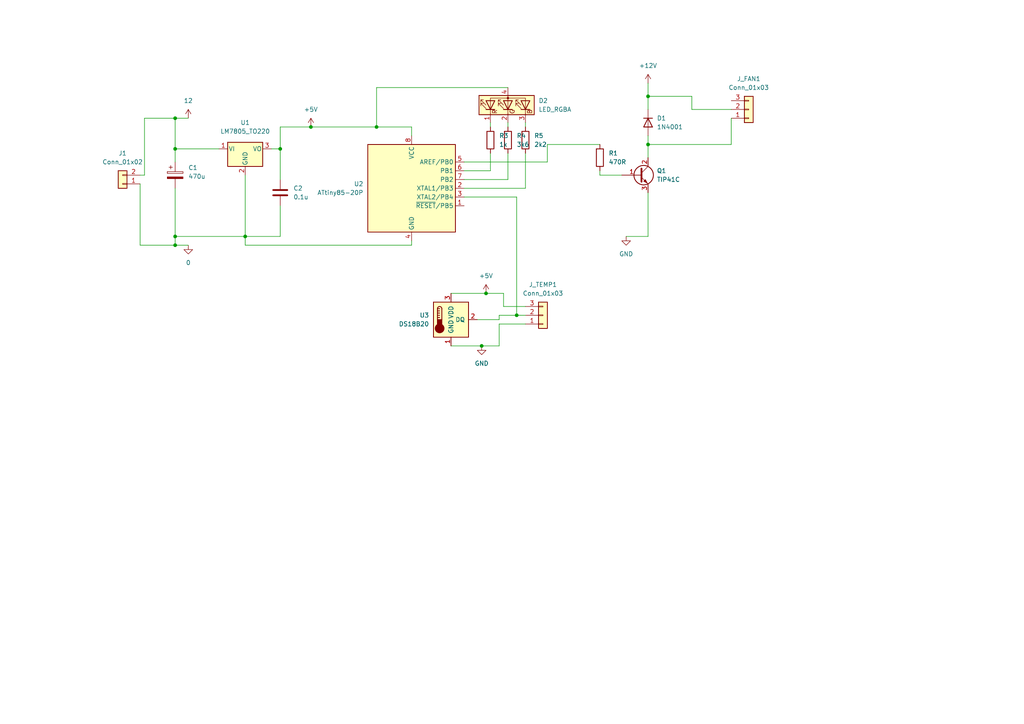
<source format=kicad_sch>
(kicad_sch (version 20211123) (generator eeschema)
  (paper "A4")
  (lib_symbols
    (symbol "Connector_Generic:Conn_01x02" (pin_names (offset 1.016) hide)
      (property "Reference" "J1" (at 0 6.35 0))
      (property "Value" "Conn_01x02" (at 0 3.81 0))
      (symbol "Conn_01x02_1_1"
        (rectangle (start -1.27 -2.413) (end 0 -2.667) (stroke (width 0.1524)))
        (rectangle (start -1.27 0.127) (end 0 -0.127) (stroke (width 0.1524)))
        (rectangle (start -1.27 1.27) (end 1.27 -3.81) (stroke (width 0.254)) (fill (type background)))
        (pin power_out line (at -5.08 0 0) (length 3.81) (name "Pin_1") (number "1"))
        (pin power_out line (at -5.08 -2.54 0) (length 3.81) (name "Pin_2") (number "2"))
      )
    )
    (symbol "Connector_Generic:Conn_01x03" (pin_names (offset 1.016) hide)
      (property "Reference" "J" (at 0 5.08 0))
      (property "Value" "Conn_01x03" (at 0 -5.08 0))
      (symbol "Conn_01x03_1_1"
        (rectangle (start -1.27 -2.413) (end 0 -2.667) (stroke (width 0.1524)))
        (rectangle (start -1.27 0.127) (end 0 -0.127) (stroke (width 0.1524)))
        (rectangle (start -1.27 2.667) (end 0 2.413) (stroke (width 0.1524)))
        (rectangle (start -1.27 3.81) (end 1.27 -3.81) (stroke (width 0.254)) (fill (type background)))
        (pin passive line (at -5.08 2.54 0) (length 3.81) (name "Pin_1") (number "1"))
        (pin passive line (at -5.08 0 0) (length 3.81) (name "Pin_2") (number "2"))
        (pin passive line (at -5.08 -2.54 0) (length 3.81) (name "Pin_3") (number "3"))
      )
    )
    (symbol "Device:C" (pin_numbers hide) (pin_names (offset 0.254))
      (property "Reference" "C" (at 0.635 2.54 0))
      (property "Value" "C" (at 0.635 -2.54 0))
      (symbol "C_0_1"
        (polyline (pts (xy -2.032 -0.762) (xy 2.032 -0.762)) (stroke (width 0.508)))
        (polyline (pts (xy -2.032 0.762) (xy 2.032 0.762)) (stroke (width 0.508)))
      )
      (symbol "C_1_1"
        (pin passive line (at 0 3.81 270) (length 2.794) (name "~") (number "1"))
        (pin passive line (at 0 -3.81 90) (length 2.794) (name "~") (number "2"))
      )
    )
    (symbol "Device:C_Polarized" (pin_numbers hide) (pin_names (offset 0.254))
      (property "Reference" "C" (at 0.635 2.54 0))
      (property "Value" "C_Polarized" (at 0.635 -2.54 0))
      (symbol "C_Polarized_0_1"
        (rectangle (start -2.286 0.508) (end 2.286 1.016))
        (polyline (pts (xy -1.778 2.286) (xy -0.762 2.286)))
        (polyline (pts (xy -1.27 2.794) (xy -1.27 1.778)))
        (rectangle (start 2.286 -0.508) (end -2.286 -1.016) (fill (type outline)))
      )
      (symbol "C_Polarized_1_1"
        (pin passive line (at 0 3.81 270) (length 2.794) (name "~") (number "1"))
        (pin passive line (at 0 -3.81 90) (length 2.794) (name "~") (number "2"))
      )
    )
    (symbol "Device:LED_RGBA" (pin_names (offset 0) hide)
      (property "Reference" "D" (at 0 9.398 0))
      (property "Value" "LED_RGBA" (at 0 -8.89 0))
      (symbol "LED_RGBA_0_0"
        (text "B" (at -1.905 -6.35 0) (effects (font (size 1.27 1.27))))
        (text "G" (at -1.905 -1.27 0) (effects (font (size 1.27 1.27))))
        (text "R" (at -1.905 3.81 0) (effects (font (size 1.27 1.27))))
      )
      (symbol "LED_RGBA_0_1"
        (polyline (pts (xy -1.27 -5.08) (xy -2.54 -5.08)))
        (polyline (pts (xy -1.27 -5.08) (xy 1.27 -5.08)))
        (polyline (pts (xy -1.27 -3.81) (xy -1.27 -6.35)) (stroke (width 0.254)))
        (polyline (pts (xy -1.27 0) (xy -2.54 0)))
        (polyline (pts (xy -1.27 1.27) (xy -1.27 -1.27)) (stroke (width 0.254)))
        (polyline (pts (xy -1.27 5.08) (xy -2.54 5.08)))
        (polyline (pts (xy -1.27 5.08) (xy 1.27 5.08)))
        (polyline (pts (xy -1.27 6.35) (xy -1.27 3.81)) (stroke (width 0.254)))
        (polyline (pts (xy 1.27 0) (xy -1.27 0)))
        (polyline (pts (xy 1.27 0) (xy 2.54 0)))
        (polyline (pts (xy -1.27 1.27) (xy -1.27 -1.27) (xy -1.27 -1.27)))
        (polyline (pts (xy -1.27 6.35) (xy -1.27 3.81) (xy -1.27 3.81)))
        (polyline (pts (xy 1.27 -5.08) (xy 2.032 -5.08) (xy 2.032 5.08) (xy 1.27 5.08)))
        (polyline (pts (xy 1.27 -3.81) (xy 1.27 -6.35) (xy -1.27 -5.08) (xy 1.27 -3.81)) (stroke (width 0.254)))
        (polyline (pts (xy 1.27 1.27) (xy 1.27 -1.27) (xy -1.27 0) (xy 1.27 1.27)) (stroke (width 0.254)))
        (polyline (pts (xy 1.27 6.35) (xy 1.27 3.81) (xy -1.27 5.08) (xy 1.27 6.35)) (stroke (width 0.254)))
        (polyline (pts (xy -1.016 -3.81) (xy 0.508 -2.286) (xy -0.254 -2.286) (xy 0.508 -2.286) (xy 0.508 -3.048)))
        (polyline (pts (xy -1.016 1.27) (xy 0.508 2.794) (xy -0.254 2.794) (xy 0.508 2.794) (xy 0.508 2.032)))
        (polyline (pts (xy -1.016 6.35) (xy 0.508 7.874) (xy -0.254 7.874) (xy 0.508 7.874) (xy 0.508 7.112)))
        (polyline (pts (xy 0 -3.81) (xy 1.524 -2.286) (xy 0.762 -2.286) (xy 1.524 -2.286) (xy 1.524 -3.048)))
        (polyline (pts (xy 0 1.27) (xy 1.524 2.794) (xy 0.762 2.794) (xy 1.524 2.794) (xy 1.524 2.032)))
        (polyline (pts (xy 0 6.35) (xy 1.524 7.874) (xy 0.762 7.874) (xy 1.524 7.874) (xy 1.524 7.112)))
        (rectangle (start 1.27 -1.27) (end 1.27 1.27))
        (rectangle (start 1.27 1.27) (end 1.27 1.27))
        (rectangle (start 1.27 3.81) (end 1.27 6.35))
        (rectangle (start 1.27 6.35) (end 1.27 6.35))
        (circle (center 2.032 0) (radius 0.254) (fill (type outline)))
        (rectangle (start 2.794 8.382) (end -2.794 -7.62) (stroke (width 0.254)) (fill (type background)))
      )
      (symbol "LED_RGBA_1_1"
        (pin passive line (at -5.08 5.08 0) (length 2.54) (name "RK") (number "1"))
        (pin passive line (at -5.08 0 0) (length 2.54) (name "GK") (number "2"))
        (pin passive line (at -5.08 -5.08 0) (length 2.54) (name "BK") (number "3"))
        (pin passive line (at 5.08 0 180) (length 2.54) (name "A") (number "4"))
      )
    )
    (symbol "Device:R" (pin_numbers hide) (pin_names (offset 0))
      (property "Reference" "R" (at 2.032 0 90))
      (property "Value" "R" (at 0 0 90))
      (symbol "R_0_1"
        (rectangle (start -1.016 -2.54) (end 1.016 2.54) (stroke (width 0.254)))
      )
      (symbol "R_1_1"
        (pin passive line (at 0 3.81 270) (length 1.27) (name "~") (number "1"))
        (pin passive line (at 0 -3.81 90) (length 1.27) (name "~") (number "2"))
      )
    )
    (symbol "Diode:1N4001" (pin_numbers hide) (pin_names (offset 1.016) hide)
      (property "Reference" "D" (at 0 2.54 0))
      (property "Value" "1N4001" (at 0 -2.54 0))
      (symbol "1N4001_0_1"
        (polyline (pts (xy -1.27 1.27) (xy -1.27 -1.27)) (stroke (width 0.254)))
        (polyline (pts (xy 1.27 0) (xy -1.27 0)))
        (polyline (pts (xy 1.27 1.27) (xy 1.27 -1.27) (xy -1.27 0) (xy 1.27 1.27)) (stroke (width 0.254)))
      )
      (symbol "1N4001_1_1"
        (pin passive line (at -3.81 0 0) (length 2.54) (name "K") (number "1"))
        (pin passive line (at 3.81 0 180) (length 2.54) (name "A") (number "2"))
      )
    )
    (symbol "MCU_Microchip_ATtiny:ATtiny85-20P"
      (property "Reference" "U" (at -12.7 13.97 0))
      (property "Value" "ATtiny85-20P" (at 2.54 -13.97 0))
      (symbol "ATtiny85-20P_0_1"
        (rectangle (start -12.7 -12.7) (end 12.7 12.7) (stroke (width 0.254)) (fill (type background)))
      )
      (symbol "ATtiny85-20P_1_1"
        (pin bidirectional line (at 15.24 -5.08 180) (length 2.54) (name "~{RESET}/PB5") (number "1"))
        (pin bidirectional line (at 15.24 0 180) (length 2.54) (name "XTAL1/PB3") (number "2"))
        (pin bidirectional line (at 15.24 -2.54 180) (length 2.54) (name "XTAL2/PB4") (number "3"))
        (pin power_in line (at 0 -15.24 90) (length 2.54) (name "GND") (number "4"))
        (pin bidirectional line (at 15.24 7.62 180) (length 2.54) (name "AREF/PB0") (number "5"))
        (pin bidirectional line (at 15.24 5.08 180) (length 2.54) (name "PB1") (number "6"))
        (pin bidirectional line (at 15.24 2.54 180) (length 2.54) (name "PB2") (number "7"))
        (pin power_in line (at 0 15.24 270) (length 2.54) (name "VCC") (number "8"))
      )
    )
    (symbol "Regulator_Linear:LM7805_TO220" (pin_names (offset 0.254))
      (property "Reference" "U" (at -3.81 3.175 0))
      (property "Value" "LM7805_TO220" (at 0 3.175 0))
      (symbol "LM7805_TO220_0_1"
        (rectangle (start -5.08 1.905) (end 5.08 -5.08) (stroke (width 0.254)) (fill (type background)))
      )
      (symbol "LM7805_TO220_1_1"
        (pin power_in line (at -7.62 0 0) (length 2.54) (name "VI") (number "1"))
        (pin power_in line (at 0 -7.62 90) (length 2.54) (name "GND") (number "2"))
        (pin power_out line (at 7.62 0 180) (length 2.54) (name "VO") (number "3"))
      )
    )
    (symbol "Sensor_Temperature:DS18B20" (pin_names (offset 1.016))
      (property "Reference" "U" (at -3.81 6.35 0))
      (property "Value" "DS18B20" (at 6.35 6.35 0))
      (symbol "DS18B20_0_1"
        (rectangle (start -5.08 5.08) (end 5.08 -5.08) (stroke (width 0.254)) (fill (type background)))
        (circle (center -3.302 -2.54) (radius 1.27) (stroke (width 0.254)) (fill (type outline)))
        (rectangle (start -2.667 -1.905) (end -3.937 0) (stroke (width 0.254)) (fill (type outline)))
        (arc (start -2.667 3.175) (mid -3.302 3.81) (end -3.937 3.175) (stroke (width 0.254)))
        (polyline (pts (xy -3.937 0.635) (xy -3.302 0.635)) (stroke (width 0.254)))
        (polyline (pts (xy -3.937 1.27) (xy -3.302 1.27)) (stroke (width 0.254)))
        (polyline (pts (xy -3.937 1.905) (xy -3.302 1.905)) (stroke (width 0.254)))
        (polyline (pts (xy -3.937 2.54) (xy -3.302 2.54)) (stroke (width 0.254)))
        (polyline (pts (xy -3.937 3.175) (xy -3.937 0)) (stroke (width 0.254)))
        (polyline (pts (xy -3.937 3.175) (xy -3.302 3.175)) (stroke (width 0.254)))
        (polyline (pts (xy -2.667 3.175) (xy -2.667 0)) (stroke (width 0.254)))
      )
      (symbol "DS18B20_1_1"
        (pin power_in line (at 0 -7.62 90) (length 2.54) (name "GND") (number "1"))
        (pin bidirectional line (at 7.62 0 180) (length 2.54) (name "DQ") (number "2"))
        (pin power_in line (at 0 7.62 270) (length 2.54) (name "VDD") (number "3"))
      )
    )
    (symbol "Transistor_BJT:TIP41C" (pin_names (offset 0) hide)
      (property "Reference" "Q" (at 6.35 1.905 0))
      (property "Value" "TIP41C" (at 6.35 0 0))
      (symbol "TIP41C_0_1"
        (polyline (pts (xy 0.635 0.635) (xy 2.54 2.54)))
        (polyline (pts (xy 0.635 -0.635) (xy 2.54 -2.54) (xy 2.54 -2.54)))
        (polyline (pts (xy 0.635 1.905) (xy 0.635 -1.905) (xy 0.635 -1.905)) (stroke (width 0.508)))
        (polyline (pts (xy 1.27 -1.778) (xy 1.778 -1.27) (xy 2.286 -2.286) (xy 1.27 -1.778) (xy 1.27 -1.778)) (fill (type outline)))
        (circle (center 1.27 0) (radius 2.8194) (stroke (width 0.254)))
      )
      (symbol "TIP41C_1_1"
        (pin input line (at -5.08 0 0) (length 5.715) (name "B") (number "1"))
        (pin passive line (at 2.54 5.08 270) (length 2.54) (name "C") (number "2"))
        (pin passive line (at 2.54 -5.08 90) (length 2.54) (name "E") (number "3"))
      )
    )
    (symbol "power:+12V" (power) (pin_names (offset 0))
      (property "Value" "+12V" (at 0 3.556 0))
      (symbol "+12V_0_1"
        (polyline (pts (xy -0.762 1.27) (xy 0 2.54)))
        (polyline (pts (xy 0 0) (xy 0 2.54)))
        (polyline (pts (xy 0 2.54) (xy 0.762 1.27)))
      )
      (symbol "+12V_1_1"
        (pin power_in line (at 0 0 90) (length 0) hide (name "+12V") (number "1"))
      )
    )
    (symbol "power:+5V" (power) (pin_names (offset 0))
      (property "Value" "+5V" (at 0 3.556 0))
      (symbol "+5V_0_1"
        (polyline (pts (xy -0.762 1.27) (xy 0 2.54)))
        (polyline (pts (xy 0 0) (xy 0 2.54)))
        (polyline (pts (xy 0 2.54) (xy 0.762 1.27)))
      )
      (symbol "+5V_1_1"
        (pin power_in line (at 0 0 90) (length 0) hide (name "+5V") (number "1"))
      )
    )
    (symbol "power:GND" (power) (pin_names (offset 0))
      (property "Value" "GND" (at 0 -3.81 0))
      (symbol "GND_0_1"
        (polyline (pts (xy 0 0) (xy 0 -1.27) (xy 1.27 -1.27) (xy 0 -2.54) (xy -1.27 -1.27) (xy 0 -1.27)))
      )
      (symbol "GND_1_1"
        (pin power_in line (at 0 0 270) (length 0) hide (name "GND") (number "1"))
      )
    )
  )
  (junction (at 187.96 27.94))
  (junction (at 90.17 36.83))
  (junction (at 50.8 43.18))
  (junction (at 50.8 71.12))
  (junction (at 187.96 41.91))
  (junction (at 140.97 85.09))
  (junction (at 109.22 36.83))
  (junction (at 139.7 100.33))
  (junction (at 81.28 43.18))
  (junction (at 50.8 68.58))
  (junction (at 71.12 68.58))
  (junction (at 149.86 91.44))
  (junction (at 50.8 34.29))
  (wire (pts (xy 142.24 35.56) (xy 142.24 36.83)))
  (wire (pts (xy 200.66 27.94) (xy 187.96 27.94)))
  (wire (pts (xy 50.8 43.18) (xy 63.5 43.18)))
  (wire (pts (xy 40.64 71.12) (xy 50.8 71.12)))
  (wire (pts (xy 149.86 57.15) (xy 149.86 91.44)))
  (wire (pts (xy 187.96 55.88) (xy 187.96 68.58)))
  (wire (pts (xy 50.8 34.29) (xy 50.8 43.18)))
  (wire (pts (xy 149.86 91.44) (xy 144.78 91.44)))
  (wire (pts (xy 81.28 43.18) (xy 81.28 52.07)))
  (wire (pts (xy 134.62 57.15) (xy 149.86 57.15)))
  (wire (pts (xy 71.12 50.8) (xy 71.12 68.58)))
  (wire (pts (xy 119.38 36.83) (xy 109.22 36.83)))
  (wire (pts (xy 140.97 85.09) (xy 130.81 85.09)))
  (wire (pts (xy 152.4 44.45) (xy 152.4 54.61)))
  (wire (pts (xy 144.78 93.98) (xy 152.4 93.98)))
  (wire (pts (xy 50.8 34.29) (xy 54.61 34.29)))
  (wire (pts (xy 152.4 91.44) (xy 149.86 91.44)))
  (wire (pts (xy 109.22 25.4) (xy 109.22 36.83)))
  (wire (pts (xy 40.64 53.34) (xy 40.64 71.12)))
  (wire (pts (xy 187.96 39.37) (xy 187.96 41.91)))
  (wire (pts (xy 146.05 88.9) (xy 146.05 85.09)))
  (wire (pts (xy 212.09 34.29) (xy 212.09 41.91)))
  (wire (pts (xy 50.8 54.61) (xy 50.8 68.58)))
  (wire (pts (xy 187.96 24.13) (xy 187.96 27.94)))
  (wire (pts (xy 144.78 92.71) (xy 138.43 92.71)))
  (wire (pts (xy 152.4 35.56) (xy 152.4 36.83)))
  (wire (pts (xy 147.32 25.4) (xy 109.22 25.4)))
  (wire (pts (xy 200.66 31.75) (xy 200.66 27.94)))
  (wire (pts (xy 50.8 68.58) (xy 50.8 71.12)))
  (wire (pts (xy 119.38 71.12) (xy 71.12 71.12)))
  (wire (pts (xy 81.28 68.58) (xy 71.12 68.58)))
  (wire (pts (xy 147.32 35.56) (xy 147.32 36.83)))
  (wire (pts (xy 130.81 100.33) (xy 139.7 100.33)))
  (wire (pts (xy 212.09 41.91) (xy 187.96 41.91)))
  (wire (pts (xy 134.62 46.99) (xy 158.75 46.99)))
  (wire (pts (xy 152.4 88.9) (xy 146.05 88.9)))
  (wire (pts (xy 41.91 34.29) (xy 41.91 50.8)))
  (wire (pts (xy 147.32 52.07) (xy 134.62 52.07)))
  (wire (pts (xy 81.28 59.69) (xy 81.28 68.58)))
  (wire (pts (xy 119.38 69.85) (xy 119.38 71.12)))
  (wire (pts (xy 152.4 54.61) (xy 134.62 54.61)))
  (wire (pts (xy 90.17 36.83) (xy 81.28 36.83)))
  (wire (pts (xy 119.38 39.37) (xy 119.38 36.83)))
  (wire (pts (xy 144.78 91.44) (xy 144.78 92.71)))
  (wire (pts (xy 146.05 85.09) (xy 140.97 85.09)))
  (wire (pts (xy 173.99 49.53) (xy 173.99 50.8)))
  (wire (pts (xy 109.22 36.83) (xy 90.17 36.83)))
  (wire (pts (xy 50.8 43.18) (xy 50.8 46.99)))
  (wire (pts (xy 142.24 44.45) (xy 142.24 49.53)))
  (wire (pts (xy 50.8 71.12) (xy 54.61 71.12)))
  (wire (pts (xy 71.12 68.58) (xy 50.8 68.58)))
  (wire (pts (xy 78.74 43.18) (xy 81.28 43.18)))
  (wire (pts (xy 139.7 100.33) (xy 144.78 100.33)))
  (wire (pts (xy 187.96 41.91) (xy 187.96 45.72)))
  (wire (pts (xy 41.91 50.8) (xy 40.64 50.8)))
  (wire (pts (xy 41.91 34.29) (xy 50.8 34.29)))
  (wire (pts (xy 158.75 46.99) (xy 158.75 41.91)))
  (wire (pts (xy 144.78 100.33) (xy 144.78 93.98)))
  (wire (pts (xy 142.24 49.53) (xy 134.62 49.53)))
  (wire (pts (xy 81.28 36.83) (xy 81.28 43.18)))
  (wire (pts (xy 71.12 71.12) (xy 71.12 68.58)))
  (wire (pts (xy 212.09 31.75) (xy 200.66 31.75)))
  (wire (pts (xy 158.75 41.91) (xy 173.99 41.91)))
  (wire (pts (xy 173.99 50.8) (xy 180.34 50.8)))
  (wire (pts (xy 187.96 68.58) (xy 181.61 68.58)))
  (wire (pts (xy 147.32 44.45) (xy 147.32 52.07)))
  (wire (pts (xy 187.96 27.94) (xy 187.96 31.75)))
  (symbol (lib_id "Device:C") (at 81.28 55.88 0) (unit 1)
    (property "Reference" "C2" (at 85.09 54.6099 0) (effects (justify left)))
    (property "Value" "0.1u" (at 85.09 57.1499 0) (effects (justify left)))
    (property "Footprint" "Capacitor_THT:C_Disc_D5.1mm_W3.2mm_P5.00mm" (effects hide))
  )
  (symbol (lib_id "power:+12V") (at 54.61 34.29 0) (unit 1)
    (property "Reference" "#PWR0101" (effects hide))
    (property "Value" "+12V" (at 54.61 29.21 0))
    (property "Spice_Primitive" "I" (effects hide))
    (property "Spice_Model" "dc 12" (effects hide))
    (property "Spice_Netlist_Enabled" "Y" (effects hide))
  )
  (symbol (lib_id "power:GND") (at 54.61 71.12 0) (unit 1)
    (property "Reference" "#PWR0102" (effects hide))
    (property "Value" "GND" (at 54.61 76.2 0))
    (property "Spice_Primitive" "I" (effects hide))
    (property "Spice_Model" "dc 0" (effects hide))
    (property "Spice_Netlist_Enabled" "Y" (effects hide))
  )
  (symbol (lib_id "Device:C_Polarized") (at 50.8 50.8 0) (unit 1)
    (property "Reference" "C1" (at 54.61 48.6409 0) (effects (justify left)))
    (property "Value" "470u" (at 54.61 51.1809 0) (effects (justify left)))
    (property "Footprint" "Capacitor_THT:CP_Radial_D8.0mm_P2.50mm" (effects hide))
  )
  (symbol (lib_id "Device:R") (at 152.4 40.64 0) (unit 1)
    (property "Reference" "R5" (at 154.94 39.3699 0) (effects (justify left)))
    (property "Value" "2k2" (at 154.94 41.9099 0) (effects (justify left)))
    (property "Footprint" "Resistor_THT:R_Axial_DIN0204_L3.6mm_D1.6mm_P2.54mm_Vertical" (effects hide))
  )
  (symbol (lib_id "power:GND") (at 139.7 100.33 0) (unit 1)
    (property "Reference" "#PWR0106" (effects hide))
    (property "Value" "GND" (at 139.7 105.41 0))
  )
  (symbol (lib_id "power:+5V") (at 90.17 36.83 0) (unit 1)
    (property "Reference" "#PWR0105" (effects hide))
    (property "Value" "+5V" (at 90.17 31.75 0))
  )
  (symbol (lib_id "Device:R") (at 173.99 45.72 0) (unit 1)
    (property "Reference" "R1" (at 176.53 44.4499 0) (effects (justify left)))
    (property "Value" "470R" (at 176.53 46.9899 0) (effects (justify left)))
    (property "Footprint" "Resistor_THT:R_Axial_DIN0204_L3.6mm_D1.6mm_P2.54mm_Vertical" (effects hide))
  )
  (symbol (lib_id "Transistor_BJT:TIP41C") (at 185.42 50.8 0) (unit 1)
    (property "Reference" "Q1" (at 190.5 49.5299 0) (effects (justify left)))
    (property "Value" "TIP41C" (at 190.5 52.0699 0) (effects (justify left)))
    (property "Footprint" "Package_TO_SOT_THT:TO-220-3_Vertical" (effects hide))
    (property "Datasheet" "https://www.centralsemi.com/get_document.php?cmp=1&mergetype=pd&mergepath=pd&pdf_id=tip41.PDF" (effects hide))
  )
  (symbol (lib_id "Device:LED_RGBA") (at 147.32 30.48 90) (unit 1)
    (property "Reference" "D2" (at 156.21 29.2099 90) (effects (justify right)))
    (property "Value" "LED_RGBA" (at 156.21 31.7499 90) (effects (justify right)))
    (property "Footprint" "LED_THT:LED_D5.0mm-4_RGB_Wide_Pins" (effects hide))
  )
  (symbol (lib_id "Device:R") (at 142.24 40.64 0) (unit 1)
    (property "Reference" "R3" (at 144.78 39.3699 0) (effects (justify left)))
    (property "Value" "1k" (at 144.78 41.9099 0) (effects (justify left)))
    (property "Footprint" "Resistor_THT:R_Axial_DIN0204_L3.6mm_D1.6mm_P2.54mm_Vertical" (effects hide))
  )
  (symbol (lib_id "Diode:1N4001") (at 187.96 35.56 270) (unit 1)
    (property "Reference" "D1" (at 190.5 34.2899 90) (effects (justify left)))
    (property "Value" "1N4001" (at 190.5 36.8299 90) (effects (justify left)))
    (property "Footprint" "Diode_THT:D_DO-41_SOD81_P5.08mm_Vertical_AnodeUp" (effects hide))
    (property "Datasheet" "http://www.vishay.com/docs/88503/1n4001.pdf" (effects hide))
  )
  (symbol (lib_id "Connector_Generic:Conn_01x03") (at 157.48 91.44 0) (mirror x) (unit 1)
    (property "Reference" "J_TEMP1" (at 157.48 82.55 0))
    (property "Value" "Conn_01x03" (at 157.48 85.09 0))
    (property "Footprint" "Connector_Molex:Molex_KK-254_AE-6410-03A_1x03_P2.54mm_Vertical" (effects hide))
  )
  (symbol (lib_id "Connector_Generic:Conn_01x02") (at 35.56 53.34 180) (unit 1)
    (property "Reference" "J1" (at 35.56 44.45 0))
    (property "Value" "Conn_01x02" (at 35.56 46.99 0))
    (property "Footprint" "Connector_Molex:Molex_KK-254_AE-6410-02A_1x02_P2.54mm_Vertical" (effects hide))
  )
  (symbol (lib_id "Sensor_Temperature:DS18B20") (at 130.81 92.71 0) (unit 1) (on_board no)
    (property "Reference" "U3" (at 124.46 91.4399 0) (effects (justify right)))
    (property "Value" "DS18B20" (at 124.46 93.9799 0) (effects (justify right)))
    (property "Footprint" "Package_TO_SOT_THT:TO-92_Inline" (effects hide))
    (property "Datasheet" "http://datasheets.maximintegrated.com/en/ds/DS18B20.pdf" (effects hide))
  )
  (symbol (lib_id "power:+12V") (at 187.96 24.13 0) (unit 1)
    (property "Reference" "#PWR0104" (effects hide))
    (property "Value" "+12V" (at 187.96 19.05 0))
  )
  (symbol (lib_id "Device:R") (at 147.32 40.64 0) (unit 1)
    (property "Reference" "R4" (at 149.86 39.3699 0) (effects (justify left)))
    (property "Value" "3k6" (at 149.86 41.9099 0) (effects (justify left)))
    (property "Footprint" "Resistor_THT:R_Axial_DIN0204_L3.6mm_D1.6mm_P2.54mm_Vertical" (effects hide))
  )
  (symbol (lib_id "Connector_Generic:Conn_01x03") (at 217.17 31.75 0) (mirror x) (unit 1)
    (property "Reference" "J_FAN1" (at 217.17 22.86 0))
    (property "Value" "Conn_01x03" (at 217.17 25.4 0))
    (property "Footprint" "Connector_Molex:Molex_KK-254_AE-6410-03A_1x03_P2.54mm_Vertical" (effects hide))
  )
  (symbol (lib_id "power:GND") (at 181.61 68.58 0) (unit 1)
    (property "Reference" "#PWR0103" (effects hide))
    (property "Value" "GND" (at 181.61 73.66 0))
  )
  (symbol (lib_id "Regulator_Linear:LM7805_TO220") (at 71.12 43.18 0) (unit 1)
    (property "Reference" "U1" (at 71.12 35.56 0))
    (property "Value" "LM7805_TO220" (at 71.12 38.1 0))
    (property "Footprint" "Package_TO_SOT_THT:TO-220-3_Vertical" (effects hide))
    (property "Datasheet" "https://www.onsemi.cn/PowerSolutions/document/MC7800-D.PDF" (effects hide))
  )
  (symbol (lib_id "MCU_Microchip_ATtiny:ATtiny85-20P") (at 119.38 54.61 0) (unit 1)
    (property "Reference" "U2" (at 105.41 53.3399 0) (effects (justify right)))
    (property "Value" "ATtiny85-20P" (at 105.41 55.8799 0) (effects (justify right)))
    (property "Footprint" "Package_DIP:DIP-8_W7.62mm" (effects hide))
    (property "Datasheet" "http://ww1.microchip.com/downloads/en/DeviceDoc/atmel-2586-avr-8-bit-microcontroller-attiny25-attiny45-attiny85_datasheet.pdf" (effects hide))
  )
  (symbol (lib_id "power:+5V") (at 140.97 85.09 0) (unit 1)
    (property "Reference" "#PWR0107" (effects hide))
    (property "Value" "+5V" (at 140.97 80.01 0))
  )
)
</source>
